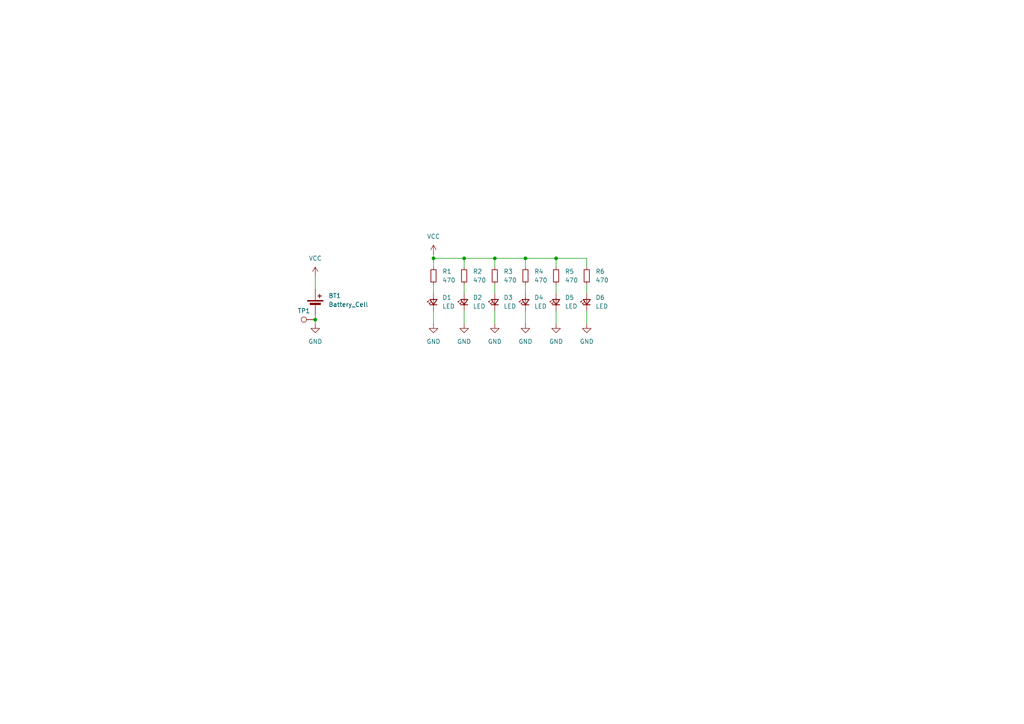
<source format=kicad_sch>
(kicad_sch (version 20230121) (generator eeschema)
  (paper "A4")
  (title_block (title "Badgelife 101") (date "2023-08-29"))
  (lib_symbols
    (symbol "Connector:TestPoint" (pin_numbers hide) (pin_names (offset 0.762) hide)
      (property "Reference" "TP" (at 0 6.858 0))
      (property "Value" "TestPoint" (at 0 5.08 0))
      (symbol "TestPoint_0_1"
        (circle (center 0 3.302) (radius 0.762))
      )
      (symbol "TestPoint_1_1"
        (pin passive line (at 0 0 90) (length 2.54) (name "1") (number "1"))
      )
    )
    (symbol "Device:Battery_Cell" (pin_numbers hide) (pin_names (offset 0) hide)
      (property "Reference" "BT" (at 2.54 2.54 0))
      (property "Value" "Battery_Cell" (at 2.54 0 0))
      (symbol "Battery_Cell_0_1"
        (rectangle (start -2.286 1.778) (end 2.286 1.524) (fill (type outline)))
        (rectangle (start -1.524 1.016) (end 1.524 0.508) (fill (type outline)))
        (polyline (pts (xy 0 0.762) (xy 0 0)))
        (polyline (pts (xy 0 1.778) (xy 0 2.54)))
        (polyline (pts (xy 0.762 3.048) (xy 1.778 3.048)) (stroke (width 0.254)))
        (polyline (pts (xy 1.27 3.556) (xy 1.27 2.54)) (stroke (width 0.254)))
      )
      (symbol "Battery_Cell_1_1"
        (pin passive line (at 0 5.08 270) (length 2.54) (name "+") (number "1"))
        (pin passive line (at 0 -2.54 90) (length 2.54) (name "-") (number "2"))
      )
    )
    (symbol "Device:LED_Small" (pin_numbers hide) (pin_names (offset 0.254) hide)
      (property "Reference" "D" (at -1.27 3.175 0))
      (property "Value" "LED_Small" (at -4.445 -2.54 0))
      (symbol "LED_Small_0_1"
        (polyline (pts (xy -0.762 -1.016) (xy -0.762 1.016)) (stroke (width 0.254)))
        (polyline (pts (xy 1.016 0) (xy -0.762 0)))
        (polyline (pts (xy 0.762 -1.016) (xy -0.762 0) (xy 0.762 1.016) (xy 0.762 -1.016)) (stroke (width 0.254)))
        (polyline (pts (xy 0 0.762) (xy -0.508 1.27) (xy -0.254 1.27) (xy -0.508 1.27) (xy -0.508 1.016)))
        (polyline (pts (xy 0.508 1.27) (xy 0 1.778) (xy 0.254 1.778) (xy 0 1.778) (xy 0 1.524)))
      )
      (symbol "LED_Small_1_1"
        (pin passive line (at -2.54 0 0) (length 1.778) (name "K") (number "1"))
        (pin passive line (at 2.54 0 180) (length 1.778) (name "A") (number "2"))
      )
    )
    (symbol "Device:R_Small" (pin_numbers hide) (pin_names (offset 0.254) hide)
      (property "Reference" "R" (at 0.762 0.508 0))
      (property "Value" "R_Small" (at 0.762 -1.016 0))
      (symbol "R_Small_0_1"
        (rectangle (start -0.762 1.778) (end 0.762 -1.778) (stroke (width 0.2032)))
      )
      (symbol "R_Small_1_1"
        (pin passive line (at 0 2.54 270) (length 0.762) (name "~") (number "1"))
        (pin passive line (at 0 -2.54 90) (length 0.762) (name "~") (number "2"))
      )
    )
    (symbol "power:GND" (power) (pin_names (offset 0))
      (property "Value" "GND" (at 0 -3.81 0))
      (symbol "GND_0_1"
        (polyline (pts (xy 0 0) (xy 0 -1.27) (xy 1.27 -1.27) (xy 0 -2.54) (xy -1.27 -1.27) (xy 0 -1.27)))
      )
      (symbol "GND_1_1"
        (pin power_in line (at 0 0 270) (length 0) hide (name "GND") (number "1"))
      )
    )
    (symbol "power:VCC" (power) (pin_names (offset 0))
      (property "Value" "VCC" (at 0 3.81 0))
      (symbol "VCC_0_1"
        (polyline (pts (xy -0.762 1.27) (xy 0 2.54)))
        (polyline (pts (xy 0 0) (xy 0 2.54)))
        (polyline (pts (xy 0 2.54) (xy 0.762 1.27)))
      )
      (symbol "VCC_1_1"
        (pin power_in line (at 0 0 90) (length 0) hide (name "VCC") (number "1"))
      )
    )
  )
  (junction (at 91.44 92.71))
  (junction (at 134.62 74.93))
  (junction (at 161.29 74.93))
  (junction (at 143.51 74.93))
  (junction (at 152.4 74.93))
  (junction (at 125.73 74.93))
  (wire (pts (xy 152.4 74.93) (xy 161.29 74.93)))
  (wire (pts (xy 152.4 82.55) (xy 152.4 85.09)))
  (wire (pts (xy 161.29 90.17) (xy 161.29 93.98)))
  (wire (pts (xy 152.4 74.93) (xy 152.4 77.47)))
  (wire (pts (xy 91.44 91.44) (xy 91.44 92.71)))
  (wire (pts (xy 125.73 74.93) (xy 125.73 77.47)))
  (wire (pts (xy 125.73 82.55) (xy 125.73 85.09)))
  (wire (pts (xy 152.4 90.17) (xy 152.4 93.98)))
  (wire (pts (xy 134.62 82.55) (xy 134.62 85.09)))
  (wire (pts (xy 134.62 90.17) (xy 134.62 93.98)))
  (wire (pts (xy 143.51 74.93) (xy 152.4 74.93)))
  (wire (pts (xy 125.73 90.17) (xy 125.73 93.98)))
  (wire (pts (xy 143.51 90.17) (xy 143.51 93.98)))
  (wire (pts (xy 170.18 74.93) (xy 170.18 77.47)))
  (wire (pts (xy 170.18 82.55) (xy 170.18 85.09)))
  (wire (pts (xy 91.44 80.01) (xy 91.44 83.82)))
  (wire (pts (xy 134.62 74.93) (xy 134.62 77.47)))
  (wire (pts (xy 134.62 74.93) (xy 143.51 74.93)))
  (wire (pts (xy 143.51 82.55) (xy 143.51 85.09)))
  (wire (pts (xy 143.51 74.93) (xy 143.51 77.47)))
  (wire (pts (xy 91.44 92.71) (xy 91.44 93.98)))
  (wire (pts (xy 161.29 74.93) (xy 161.29 77.47)))
  (wire (pts (xy 125.73 73.66) (xy 125.73 74.93)))
  (wire (pts (xy 161.29 74.93) (xy 170.18 74.93)))
  (wire (pts (xy 161.29 82.55) (xy 161.29 85.09)))
  (wire (pts (xy 170.18 90.17) (xy 170.18 93.98)))
  (wire (pts (xy 125.73 74.93) (xy 134.62 74.93)))
  (symbol (lib_id "Device:LED_Small") (at 143.51 87.63 90) (unit 1)
    (property "Reference" "D3" (at 146.05 86.2965 90) (effects (justify right)))
    (property "Value" "LED" (at 146.05 88.8365 90) (effects (justify right)))
    (property "Footprint" "LED_SMD:LED_0603_1608Metric" (effects hide))
    (property "LCSC" "C2286" (effects hide))
    (property "MFR" "KT-0603R" (effects hide))
  )
  (symbol (lib_id "power:GND") (at 152.4 93.98 0) (unit 1)
    (property "Reference" "#PWR06" (effects hide))
    (property "Value" "GND" (at 152.4 99.06 0))
  )
  (symbol (lib_id "Device:R_Small") (at 143.51 80.01 0) (unit 1)
    (property "Reference" "R3" (at 146.05 78.74 0) (effects (justify left)))
    (property "Value" "470" (at 146.05 81.28 0) (effects (justify left)))
    (property "Footprint" "Resistor_SMD:R_0603_1608Metric" (effects hide))
    (property "LCSC" "C23179" (effects hide))
    (property "MFR" "0603WAF4700T5E" (effects hide))
  )
  (symbol (lib_id "Connector:TestPoint") (at 91.44 92.71 90) (unit 1)
    (property "Reference" "TP1" (at 88.138 90.17 90))
    (property "Value" "TestPoint" (effects hide))
    (property "Footprint" "CustomParts:PIN_MP_10mm" (effects hide))
  )
  (symbol (lib_id "power:VCC") (at 91.44 80.01 0) (unit 1)
    (property "Reference" "#PWR02" (effects hide))
    (property "Value" "VCC" (at 91.44 74.93 0))
  )
  (symbol (lib_id "power:GND") (at 161.29 93.98 0) (unit 1)
    (property "Reference" "#PWR07" (effects hide))
    (property "Value" "GND" (at 161.29 99.06 0))
  )
  (symbol (lib_id "Device:Battery_Cell") (at 91.44 88.9 0) (unit 1)
    (property "Reference" "BT1" (at 95.25 85.7885 0) (effects (justify left)))
    (property "Value" "Battery_Cell" (at 95.25 88.3285 0) (effects (justify left)))
    (property "Footprint" "Battery:BatteryHolder_Keystone_3034_1x20mm" (effects hide))
    (property "LCSC" "C964831" (effects hide))
    (property "MFR" "MY-2032-08" (effects hide))
  )
  (symbol (lib_id "power:GND") (at 91.44 93.98 0) (unit 1)
    (property "Reference" "#PWR01" (effects hide))
    (property "Value" "GND" (at 91.44 99.06 0))
  )
  (symbol (lib_id "power:VCC") (at 125.73 73.66 0) (unit 1)
    (property "Reference" "#PWR09" (effects hide))
    (property "Value" "VCC" (at 125.73 68.58 0))
  )
  (symbol (lib_id "Device:R_Small") (at 161.29 80.01 0) (unit 1)
    (property "Reference" "R5" (at 163.83 78.74 0) (effects (justify left)))
    (property "Value" "470" (at 163.83 81.28 0) (effects (justify left)))
    (property "Footprint" "Resistor_SMD:R_0603_1608Metric" (effects hide))
    (property "LCSC" "C23179" (effects hide))
    (property "MFR" "0603WAF4700T5E" (effects hide))
  )
  (symbol (lib_id "power:GND") (at 170.18 93.98 0) (unit 1)
    (property "Reference" "#PWR08" (effects hide))
    (property "Value" "GND" (at 170.18 99.06 0))
  )
  (symbol (lib_id "Device:LED_Small") (at 170.18 87.63 90) (unit 1)
    (property "Reference" "D6" (at 172.72 86.2965 90) (effects (justify right)))
    (property "Value" "LED" (at 172.72 88.8365 90) (effects (justify right)))
    (property "Footprint" "LED_SMD:LED_0603_1608Metric" (effects hide))
    (property "LCSC" "C2286" (effects hide))
    (property "MFR" "KT-0603R" (effects hide))
  )
  (symbol (lib_id "Device:LED_Small") (at 125.73 87.63 90) (unit 1)
    (property "Reference" "D1" (at 128.27 86.2965 90) (effects (justify right)))
    (property "Value" "LED" (at 128.27 88.8365 90) (effects (justify right)))
    (property "Footprint" "LED_SMD:LED_0603_1608Metric" (effects hide))
    (property "LCSC" "C2286" (effects hide))
    (property "MFR" "KT-0603R" (effects hide))
  )
  (symbol (lib_id "power:GND") (at 134.62 93.98 0) (unit 1)
    (property "Reference" "#PWR04" (effects hide))
    (property "Value" "GND" (at 134.62 99.06 0))
  )
  (symbol (lib_id "Device:LED_Small") (at 134.62 87.63 90) (unit 1)
    (property "Reference" "D2" (at 137.16 86.2965 90) (effects (justify right)))
    (property "Value" "LED" (at 137.16 88.8365 90) (effects (justify right)))
    (property "Footprint" "LED_SMD:LED_0603_1608Metric" (effects hide))
    (property "LCSC" "C2286" (effects hide))
    (property "MFR" "KT-0603R" (effects hide))
  )
  (symbol (lib_id "Device:R_Small") (at 125.73 80.01 0) (unit 1)
    (property "Reference" "R1" (at 128.27 78.74 0) (effects (justify left)))
    (property "Value" "470" (at 128.27 81.28 0) (effects (justify left)))
    (property "Footprint" "Resistor_SMD:R_0603_1608Metric" (effects hide))
    (property "LCSC" "C23179" (effects hide))
    (property "MFR" "0603WAF4700T5E" (effects hide))
  )
  (symbol (lib_id "power:GND") (at 143.51 93.98 0) (unit 1)
    (property "Reference" "#PWR05" (effects hide))
    (property "Value" "GND" (at 143.51 99.06 0))
  )
  (symbol (lib_id "Device:LED_Small") (at 152.4 87.63 90) (unit 1)
    (property "Reference" "D4" (at 154.94 86.2965 90) (effects (justify right)))
    (property "Value" "LED" (at 154.94 88.8365 90) (effects (justify right)))
    (property "Footprint" "LED_SMD:LED_0603_1608Metric" (effects hide))
    (property "LCSC" "C2286" (effects hide))
    (property "MFR" "KT-0603R" (effects hide))
  )
  (symbol (lib_id "Device:R_Small") (at 170.18 80.01 0) (unit 1)
    (property "Reference" "R6" (at 172.72 78.74 0) (effects (justify left)))
    (property "Value" "470" (at 172.72 81.28 0) (effects (justify left)))
    (property "Footprint" "Resistor_SMD:R_0603_1608Metric" (effects hide))
    (property "LCSC" "C23179" (effects hide))
    (property "MFR" "0603WAF4700T5E" (effects hide))
  )
  (symbol (lib_id "Device:LED_Small") (at 161.29 87.63 90) (unit 1)
    (property "Reference" "D5" (at 163.83 86.2965 90) (effects (justify right)))
    (property "Value" "LED" (at 163.83 88.8365 90) (effects (justify right)))
    (property "Footprint" "LED_SMD:LED_0603_1608Metric" (effects hide))
    (property "LCSC" "C2286" (effects hide))
    (property "MFR" "KT-0603R" (effects hide))
  )
  (symbol (lib_id "power:GND") (at 125.73 93.98 0) (unit 1)
    (property "Reference" "#PWR03" (effects hide))
    (property "Value" "GND" (at 125.73 99.06 0))
  )
  (symbol (lib_id "Device:R_Small") (at 134.62 80.01 0) (unit 1)
    (property "Reference" "R2" (at 137.16 78.74 0) (effects (justify left)))
    (property "Value" "470" (at 137.16 81.28 0) (effects (justify left)))
    (property "Footprint" "Resistor_SMD:R_0603_1608Metric" (effects hide))
    (property "LCSC" "C23179" (effects hide))
    (property "MFR" "0603WAF4700T5E" (effects hide))
  )
  (symbol (lib_id "Device:R_Small") (at 152.4 80.01 0) (unit 1)
    (property "Reference" "R4" (at 154.94 78.74 0) (effects (justify left)))
    (property "Value" "470" (at 154.94 81.28 0) (effects (justify left)))
    (property "Footprint" "Resistor_SMD:R_0603_1608Metric" (effects hide))
    (property "LCSC" "C23179" (effects hide))
    (property "MFR" "0603WAF4700T5E" (effects hide))
  )
)
</source>
